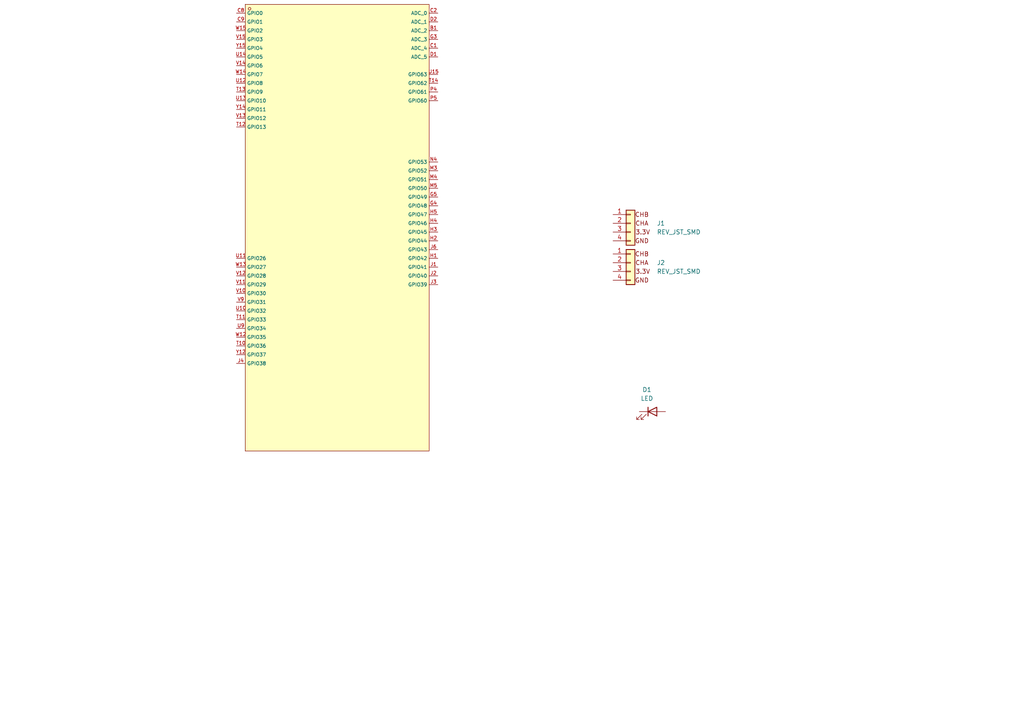
<source format=kicad_sch>
(kicad_sch (version 20250114) (generator "eeschema") (generator_version "9.0")
  (paper "A4")
  (lib_symbols
    (symbol "Custom:REV_JST_SMD" (pin_names (offset 1.016) (hide yes))
      (property "Reference" "J" (at 0 5.08 0))
      (property "Value" "REV_JST_SMD" (at 0 -7.62 0))
      (symbol "REV_JST_SMD_1_1"
        (rectangle (start -1.27 3.81) (end 1.27 -6.35) (stroke (width 0.254)) (fill (type background)))
        (rectangle (start -1.27 2.667) (end 0 2.413) (stroke (width 0.1524)))
        (rectangle (start -1.27 0.127) (end 0 -0.127) (stroke (width 0.1524)))
        (rectangle (start -1.27 -2.413) (end 0 -2.667) (stroke (width 0.1524)))
        (rectangle (start -1.27 -4.953) (end 0 -5.207) (stroke (width 0.1524)))
        (text "CHB\n" (at 3.302 2.54 0) (effects (font (size 1.27 1.27))))
        (text "CHA\n" (at 3.302 0 0) (effects (font (size 1.27 1.27))))
        (text "GND" (at 3.302 -5.08 0) (effects (font (size 1.27 1.27))))
        (text "3.3V\n" (at 3.556 -2.54 0) (effects (font (size 1.27 1.27))))
        (pin passive line (at -5.08 2.54 0) (length 3.81) (name "2") (number "1"))
        (pin passive line (at -5.08 0 0) (length 3.81) (name "1") (number "2"))
        (pin passive line (at -5.08 -2.54 0) (length 3.81) (name "3.3V") (number "3"))
        (pin passive line (at -5.08 -5.08 0) (length 3.81) (name "GND") (number "4"))
      )
    )
    (symbol "Device:LED" (pin_numbers (hide yes)) (pin_names (offset 1.016) (hide yes))
      (property "Reference" "D" (at 0 2.54 0))
      (property "Value" "LED" (at 0 -2.54 0))
      (symbol "LED_0_1"
        (polyline (pts (xy -3.048 -0.762) (xy -4.572 -2.286) (xy -3.81 -2.286) (xy -4.572 -2.286) (xy -4.572 -1.524)))
        (polyline (pts (xy -1.778 -0.762) (xy -3.302 -2.286) (xy -2.54 -2.286) (xy -3.302 -2.286) (xy -3.302 -1.524)))
        (polyline (pts (xy -1.27 0) (xy 1.27 0)))
        (polyline (pts (xy -1.27 -1.27) (xy -1.27 1.27)) (stroke (width 0.254)))
        (polyline (pts (xy 1.27 -1.27) (xy 1.27 1.27) (xy -1.27 0) (xy 1.27 -1.27)) (stroke (width 0.254)))
      )
      (symbol "LED_1_1"
        (pin passive line (at -3.81 0 0) (length 2.54) (name "K") (number "1"))
        (pin passive line (at 3.81 0 180) (length 2.54) (name "A") (number "2"))
      )
    )
    (symbol "LCSC:K230_Rewired"
      (symbol "K230_Rewired_1_1"
        (rectangle (start -27.9401 63.5001) (end 27.9401 -63.5001) (fill (type background)))
        (circle (center -26.6701 62.2301) (radius 0.381) (fill (type background)))
        (pin unspecified line (at -30.48 59.69 0) (length 2.54) (name "USB0_TXRTUNE") (number "D4"))
        (pin unspecified line (at -30.48 57.15 0) (length 2.54) (name "USB0_VBUS") (number "C3"))
        (pin unspecified line (at -30.48 54.61 0) (length 2.54) (name "USB0_DP") (number "A2"))
        (pin unspecified line (at -30.48 52.07 0) (length 2.54) (name "USB0_DN") (number "B2"))
        (pin unspecified line (at -30.48 49.53 0) (length 2.54) (name "USB0_ID") (number "D3"))
        (pin unspecified line (at -30.48 44.45 0) (length 2.54) (name "USB1_TXRTUNE") (number "C4"))
        (pin unspecified line (at -30.48 41.91 0) (length 2.54) (name "USB1_VBUS") (number "A3"))
        (pin unspecified line (at -30.48 39.37 0) (length 2.54) (name "USB1_DP") (number "B4"))
        (pin unspecified line (at -30.48 36.83 0) (length 2.54) (name "USB1_DN") (number "A4"))
        (pin unspecified line (at -30.48 34.29 0) (length 2.54) (name "USB1_ID") (number "B3"))
        (pin unspecified line (at -30.48 25.4 0) (length 2.54) (name "CLK24M_XIN") (number "B8"))
        (pin unspecified line (at -30.48 22.86 0) (length 2.54) (name "CLK24M_XOUT") (number "A8"))
        (pin unspecified line (at -30.48 17.78 0) (length 2.54) (name "TEST_EN") (number "A9"))
        (pin unspecified line (at -30.48 -7.62 0) (length 2.54) (name "RSTN") (number "B9"))
        (pin unspecified line (at -30.48 -30.48 0) (length 2.54) (name "CLK32K768_XOUT") (number "A12"))
        (pin unspecified line (at -30.48 -33.02 0) (length 2.54) (name "CLK32K768_XIN") (number "B12"))
        (pin unspecified line (at -30.48 -38.1 0) (length 2.54) (name "INT0") (number "C10"))
        (pin unspecified line (at -30.48 -40.64 0) (length 2.54) (name "INT1") (number "B10"))
        (pin unspecified line (at -30.48 -43.18 0) (length 2.54) (name "INT2") (number "A10"))
        (pin unspecified line (at -30.48 -45.72 0) (length 2.54) (name "INT3") (number "A11"))
        (pin unspecified line (at -30.48 -48.26 0) (length 2.54) (name "INT4") (number "C12"))
        (pin unspecified line (at -30.48 -50.8 0) (length 2.54) (name "INT5") (number "D12"))
        (pin unspecified line (at -30.48 -54.61 0) (length 2.54) (name "OUT0") (number "B11"))
        (pin unspecified line (at -30.48 -57.15 0) (length 2.54) (name "OUT1") (number "C11"))
        (pin unspecified line (at 30.48 29.21 180) (length 2.54) (name "HPOUTR") (number "G2"))
        (pin unspecified line (at 30.48 26.67 180) (length 2.54) (name "HPOUTL") (number "G1"))
        (pin unspecified line (at 30.48 20.32 180) (length 2.54) (name "MIC_BIAS") (number "E3"))
        (pin unspecified line (at 30.48 17.78 180) (length 2.54) (name "MICNL") (number "E2"))
        (pin unspecified line (at 30.48 15.24 180) (length 2.54) (name "MICPL") (number "E1"))
        (pin unspecified line (at 30.48 10.16 180) (length 2.54) (name "CODEC_VCM") (number "F3"))
        (pin unspecified line (at 30.48 7.62 180) (length 2.54) (name "MICNR") (number "F2"))
        (pin unspecified line (at 30.48 5.08 180) (length 2.54) (name "MICPR") (number "F1"))
        (pin unspecified line (at 30.48 -17.78 180) (length 2.54) (name "ANA_TS_VTEST") (number "D8"))
        (pin unspecified line (at 30.48 -58.42 180) (length 2.54) (name "NC") (number "A20"))
      )
      (symbol "K230_Rewired_2_1"
        (rectangle (start -26.6701 64.7701) (end 26.6701 -64.7701) (fill (type background)))
        (circle (center -25.4001 63.5001) (radius 0.381) (fill (type background)))
        (pin unspecified line (at -29.21 62.23 0) (length 2.54) (name "GPIO0") (number "C8"))
        (pin unspecified line (at -29.21 59.69 0) (length 2.54) (name "GPIO1") (number "C9"))
        (pin unspecified line (at -29.21 57.15 0) (length 2.54) (name "GPIO2") (number "W15"))
        (pin unspecified line (at -29.21 54.61 0) (length 2.54) (name "GPIO3") (number "V15"))
        (pin unspecified line (at -29.21 52.07 0) (length 2.54) (name "GPIO4") (number "Y15"))
        (pin unspecified line (at -29.21 49.53 0) (length 2.54) (name "GPIO5") (number "U14"))
        (pin unspecified line (at -29.21 46.99 0) (length 2.54) (name "GPIO6") (number "V14"))
        (pin unspecified line (at -29.21 44.45 0) (length 2.54) (name "GPIO7") (number "W14"))
        (pin unspecified line (at -29.21 41.91 0) (length 2.54) (name "GPIO8") (number "U12"))
        (pin unspecified line (at -29.21 39.37 0) (length 2.54) (name "GPIO9") (number "T13"))
        (pin unspecified line (at -29.21 36.83 0) (length 2.54) (name "GPIO10") (number "U13"))
        (pin unspecified line (at -29.21 34.29 0) (length 2.54) (name "GPIO11") (number "Y14"))
        (pin unspecified line (at -29.21 31.75 0) (length 2.54) (name "GPIO12") (number "V13"))
        (pin unspecified line (at -29.21 29.21 0) (length 2.54) (name "GPIO13") (number "T12"))
        (pin unspecified line (at -29.21 -8.89 0) (length 2.54) (name "GPIO26") (number "U11"))
        (pin unspecified line (at -29.21 -11.43 0) (length 2.54) (name "GPIO27") (number "W13"))
        (pin unspecified line (at -29.21 -13.97 0) (length 2.54) (name "GPIO28") (number "V12"))
        (pin unspecified line (at -29.21 -16.51 0) (length 2.54) (name "GPIO29") (number "V11"))
        (pin unspecified line (at -29.21 -19.05 0) (length 2.54) (name "GPIO30") (number "V10"))
        (pin unspecified line (at -29.21 -21.59 0) (length 2.54) (name "GPIO31") (number "V9"))
        (pin unspecified line (at -29.21 -24.13 0) (length 2.54) (name "GPIO32") (number "U10"))
        (pin unspecified line (at -29.21 -26.67 0) (length 2.54) (name "GPIO33") (number "T11"))
        (pin unspecified line (at -29.21 -29.21 0) (length 2.54) (name "GPIO34") (number "U9"))
        (pin unspecified line (at -29.21 -31.75 0) (length 2.54) (name "GPIO35") (number "W12"))
        (pin unspecified line (at -29.21 -34.29 0) (length 2.54) (name "GPIO36") (number "T10"))
        (pin unspecified line (at -29.21 -36.83 0) (length 2.54) (name "GPIO37") (number "Y12"))
        (pin unspecified line (at -29.21 -39.37 0) (length 2.54) (name "GPIO38") (number "J4"))
        (pin unspecified line (at 29.21 62.23 180) (length 2.54) (name "ADC_0") (number "C2"))
        (pin unspecified line (at 29.21 59.69 180) (length 2.54) (name "ADC_1") (number "D2"))
        (pin unspecified line (at 29.21 57.15 180) (length 2.54) (name "ADC_2") (number "B1"))
        (pin unspecified line (at 29.21 54.61 180) (length 2.54) (name "ADC_3") (number "G3"))
        (pin unspecified line (at 29.21 52.07 180) (length 2.54) (name "ADC_4") (number "C1"))
        (pin unspecified line (at 29.21 49.53 180) (length 2.54) (name "ADC_5") (number "D1"))
        (pin unspecified line (at 29.21 44.45 180) (length 2.54) (name "GPIO63") (number "U15"))
        (pin unspecified line (at 29.21 41.91 180) (length 2.54) (name "GPIO62") (number "T14"))
        (pin unspecified line (at 29.21 39.37 180) (length 2.54) (name "GPIO61") (number "P4"))
        (pin unspecified line (at 29.21 36.83 180) (length 2.54) (name "GPIO60") (number "P5"))
        (pin unspecified line (at 29.21 19.05 180) (length 2.54) (name "GPIO53") (number "N4"))
        (pin unspecified line (at 29.21 16.51 180) (length 2.54) (name "GPIO52") (number "M3"))
        (pin unspecified line (at 29.21 13.97 180) (length 2.54) (name "GPIO51") (number "M4"))
        (pin unspecified line (at 29.21 11.43 180) (length 2.54) (name "GPIO50") (number "M5"))
        (pin unspecified line (at 29.21 8.89 180) (length 2.54) (name "GPIO49") (number "G5"))
        (pin unspecified line (at 29.21 6.35 180) (length 2.54) (name "GPIO48") (number "G4"))
        (pin unspecified line (at 29.21 3.81 180) (length 2.54) (name "GPIO47") (number "H5"))
        (pin unspecified line (at 29.21 1.27 180) (length 2.54) (name "GPIO46") (number "H4"))
        (pin unspecified line (at 29.21 -1.27 180) (length 2.54) (name "GPIO45") (number "H3"))
        (pin unspecified line (at 29.21 -3.81 180) (length 2.54) (name "GPIO44") (number "H2"))
        (pin unspecified line (at 29.21 -6.35 180) (length 2.54) (name "GPIO43") (number "J6"))
        (pin unspecified line (at 29.21 -8.89 180) (length 2.54) (name "GPIO42") (number "H1"))
        (pin unspecified line (at 29.21 -11.43 180) (length 2.54) (name "GPIO41") (number "J1"))
        (pin unspecified line (at 29.21 -13.97 180) (length 2.54) (name "GPIO40") (number "J2"))
        (pin unspecified line (at 29.21 -16.51 180) (length 2.54) (name "GPIO39") (number "J3"))
      )
      (symbol "K230_Rewired_3_1"
        (rectangle (start -27.9401 31.75) (end 27.9401 -19.05) (fill (type background)))
        (circle (center -26.67 30.48) (radius 0.381) (fill (type background)))
        (pin unspecified line (at -30.48 11.43 0) (length 2.54) (name "QSPI_CS") (number "J5"))
        (pin unspecified line (at -30.48 8.89 0) (length 2.54) (name "QSPI_CLK") (number "K1"))
        (pin unspecified line (at -30.48 6.35 0) (length 2.54) (name "QSPI_D0") (number "K2"))
        (pin unspecified line (at -30.48 3.81 0) (length 2.54) (name "QSPI_D1") (number "K4"))
        (pin unspecified line (at -30.48 1.27 0) (length 2.54) (name "QSPI_D2") (number "K5"))
        (pin unspecified line (at -30.48 -1.27 0) (length 2.54) (name "QSPI_D3") (number "L1"))
        (pin unspecified line (at -30.48 -3.81 0) (length 2.54) (name "OSPI_D4") (number "L2"))
        (pin unspecified line (at -30.48 -6.35 0) (length 2.54) (name "OSPI_D5") (number "L3"))
        (pin unspecified line (at -30.48 -8.89 0) (length 2.54) (name "OSPI_D6") (number "L4"))
        (pin unspecified line (at -30.48 -11.43 0) (length 2.54) (name "OSPI_D7") (number "L5"))
        (pin unspecified line (at -30.48 -13.97 0) (length 2.54) (name "OSPI_DQS") (number "L6"))
        (pin unspecified line (at -30.48 -16.51 0) (length 2.54) (name "GPIO25") (number "M1"))
        (pin unspecified line (at 30.48 29.21 180) (length 2.54) (name "SDIO_CMD") (number "M2"))
        (pin unspecified line (at 30.48 26.67 180) (length 2.54) (name "SDIO_CLK") (number "N2"))
        (pin unspecified line (at 30.48 24.13 180) (length 2.54) (name "SDIO_D0") (number "P3"))
        (pin unspecified line (at 30.48 21.59 180) (length 2.54) (name "SDIO_D1") (number "N1"))
        (pin unspecified line (at 30.48 19.05 180) (length 2.54) (name "SDIO_D2") (number "P1"))
        (pin unspecified line (at 30.48 16.51 180) (length 2.54) (name "SDIO_D3") (number "P2"))
        (pin unspecified line (at 30.48 11.43 180) (length 2.54) (name "MMC0_STROBE") (number "B6"))
        (pin unspecified line (at 30.48 8.89 180) (length 2.54) (name "MMC0_RST_N") (number "A6"))
        (pin unspecified line (at 30.48 6.35 180) (length 2.54) (name "MMC0_CMD") (number "D6"))
        (pin unspecified line (at 30.48 3.81 180) (length 2.54) (name "MMC0_CLK") (number "A5"))
        (pin unspecified line (at 30.48 1.27 180) (length 2.54) (name "MMC0_D0") (number "D5"))
        (pin unspecified line (at 30.48 -1.27 180) (length 2.54) (name "MMC0_D1") (number "C5"))
        (pin unspecified line (at 30.48 -3.81 180) (length 2.54) (name "MMC0_D2") (number "B5"))
        (pin unspecified line (at 30.48 -6.35 180) (length 2.54) (name "MMC0_D3") (number "C6"))
        (pin unspecified line (at 30.48 -8.89 180) (length 2.54) (name "MMC0_D4") (number "D7"))
        (pin unspecified line (at 30.48 -11.43 180) (length 2.54) (name "MMC0_D5") (number "A7"))
        (pin unspecified line (at 30.48 -13.97 180) (length 2.54) (name "MMC0_D6") (number "B7"))
        (pin unspecified line (at 30.48 -16.51 180) (length 2.54) (name "MMC0_D7") (number "C7"))
      )
      (symbol "K230_Rewired_4_1"
        (rectangle (start -27.9401 38.1) (end 27.9401 -38.1) (fill (type background)))
        (circle (center -26.6701 36.8301) (radius 0.381) (fill (type background)))
        (text "leave floating\n" (at -17.272 -12.7 0) (effects (font (size 0.635 0.635))))
        (text "200Ω (1%) resistor to ground" (at -12.192 -15.24 0) (effects (font (size 0.635 0.635))))
        (pin unspecified line (at -30.48 17.78 0) (length 2.54) (name "MIPI_TX0_CLK_N") (number "W9"))
        (pin unspecified line (at -30.48 15.24 0) (length 2.54) (name "MIPI_TX0_CLK_P") (number "Y9"))
        (pin unspecified line (at -30.48 12.7 0) (length 2.54) (name "MIPI_TX0_D0_N") (number "Y10"))
        (pin unspecified line (at -30.48 10.16 0) (length 2.54) (name "MIPI_TX0_D0_P") (number "W10"))
        (pin unspecified line (at -30.48 7.62 0) (length 2.54) (name "MIPI_TX0_D1_N") (number "W11"))
        (pin unspecified line (at -30.48 5.08 0) (length 2.54) (name "MIPI_TX0_D1_P") (number "Y11"))
        (pin unspecified line (at -30.48 0 0) (length 2.54) (name "MIPI_TX1_D2_N") (number "Y8"))
        (pin unspecified line (at -30.48 -2.54 0) (length 2.54) (name "MIPI_TX1_D2_P") (number "W8"))
        (pin unspecified line (at -30.48 -5.08 0) (length 2.54) (name "MIPI_TX1_D3_N") (number "W7"))
        (pin unspecified line (at -30.48 -7.62 0) (length 2.54) (name "MIPI_TX1_D3_P") (number "Y7"))
        (pin unspecified line (at -30.48 -12.7 0) (length 2.54) (name "MIPI_ATB") (number "U6"))
        (pin unspecified line (at -30.48 -15.24 0) (length 2.54) (name "MIPI_REXT") (number "U7"))
        (pin unspecified line (at 30.48 31.75 180) (length 2.54) (name "NC") (number "Y20"))
        (pin unspecified line (at 30.48 29.21 180) (length 2.54) (name "NC") (number "Y1"))
        (pin unspecified line (at 30.48 24.13 180) (length 2.54) (name "MIPI_RX0_CLK_N") (number "Y2"))
        (pin unspecified line (at 30.48 21.59 180) (length 2.54) (name "MIPI_RX0_CLK_P") (number "W2"))
        (pin unspecified line (at 30.48 19.05 180) (length 2.54) (name "MIPI_RX0_D0_N") (number "W3"))
        (pin unspecified line (at 30.48 16.51 180) (length 2.54) (name "MIPI_RX0_D0_P") (number "Y3"))
        (pin unspecified line (at 30.48 13.97 180) (length 2.54) (name "MIPI_RX0_D1_N") (number "V1"))
        (pin unspecified line (at 30.48 11.43 180) (length 2.54) (name "MIPI_RX0_D1_P") (number "V2"))
        (pin unspecified line (at 30.48 6.35 180) (length 2.54) (name "MIPI_RX1_CLK_N") (number "W5"))
        (pin unspecified line (at 30.48 3.81 180) (length 2.54) (name "MIPI_RX1_CLK_P") (number "Y5"))
        (pin unspecified line (at 30.48 1.27 180) (length 2.54) (name "MIPI_RX1_D2_N") (number "Y4"))
        (pin unspecified line (at 30.48 -1.27 180) (length 2.54) (name "MIPI_RX1_D2_P") (number "W4"))
        (pin unspecified line (at 30.48 -3.81 180) (length 2.54) (name "MIPI_RX1_D3_N") (number "W6"))
        (pin unspecified line (at 30.48 -6.35 180) (length 2.54) (name "MIPI_RX1_D3_P") (number "Y6"))
        (pin unspecified line (at 30.48 -11.43 180) (length 2.54) (name "MIPI_RX2_CLK_N") (number "R2"))
        (pin unspecified line (at 30.48 -13.97 180) (length 2.54) (name "MIPI_RX2_CLK_P") (number "R1"))
        (pin unspecified line (at 30.48 -16.51 180) (length 2.54) (name "MIPI_RX2_D4_N") (number "T1"))
        (pin unspecified line (at 30.48 -19.05 180) (length 2.54) (name "MIPI_RX2_D4_P") (number "T2"))
        (pin unspecified line (at 30.48 -21.59 180) (length 2.54) (name "MIPI_RX2_D5_N") (number "U2"))
        (pin unspecified line (at 30.48 -24.13 180) (length 2.54) (name "MIPI_RX2_D5_P") (number "U1"))
      )
      (symbol "K230_Rewired_5_1"
        (rectangle (start -27.9401 63.5001) (end 27.9401 -63.5001) (fill (type background)))
        (pin unspecified line (at -30.48 57.15 0) (length 2.54) (name "DDR_ZN") (number "K19"))
        (pin unspecified line (at -30.48 52.07 0) (length 2.54) (name "DDR_CKE1_CKEA1") (number "P18"))
        (pin unspecified line (at -30.48 49.53 0) (length 2.54) (name "DDR_CKE0_CKEA0") (number "N17"))
        (pin unspecified line (at -30.48 46.99 0) (length 2.54) (name "DDR_CKP_CKAP") (number "R19"))
        (pin unspecified line (at -30.48 44.45 0) (length 2.54) (name "DDR_CKN_CKAN") (number "R20"))
        (pin unspecified line (at -30.48 41.91 0) (length 2.54) (name "DDR_DQS3N_DQSA0N") (number "Y17"))
        (pin unspecified line (at -30.48 39.37 0) (length 2.54) (name "DDR_DQS3P_DQSA0P") (number "W17"))
        (pin unspecified line (at -30.48 36.83 0) (length 2.54) (name "DDR_DQS2N_DQSB1N") (number "A15"))
        (pin unspecified line (at -30.48 34.29 0) (length 2.54) (name "DDR_DQS2P_DQSB1P") (number "B15"))
        (pin unspecified line (at -30.48 31.75 0) (length 2.54) (name "DDR_DQS1N_DQSA1N") (number "V19"))
        (pin unspecified line (at -30.48 29.21 0) (length 2.54) (name "DDR_DQS1P_DQSA1P") (number "V20"))
        (pin unspecified line (at -30.48 26.67 0) (length 2.54) (name "DDR_DQS0N_DQSB0N") (number "A18"))
        (pin unspecified line (at -30.48 24.13 0) (length 2.54) (name "DDR_DQS0P_DQSB0P") (number "B18"))
        (pin unspecified line (at -30.48 19.05 0) (length 2.54) (name "DDR_DQ31_DQA0") (number "U16"))
        (pin unspecified line (at -30.48 16.51 0) (length 2.54) (name "DDR_DQ30_DQA1") (number "T16"))
        (pin unspecified line (at -30.48 13.97 0) (length 2.54) (name "DDR_DQ29_DQA7") (number "U17"))
        (pin unspecified line (at -30.48 11.43 0) (length 2.54) (name "DDR_DQ28_DQA6") (number "Y18"))
        (pin unspecified line (at -30.48 8.89 0) (length 2.54) (name "DDR_DQ27_DQA3") (number "Y16"))
        (pin unspecified line (at -30.48 6.35 0) (length 2.54) (name "DDR_DQ26_DQA2") (number "V16"))
        (pin unspecified line (at -30.48 3.81 0) (length 2.54) (name "DDR_DQ25_DQA5") (number "V18"))
        (pin unspecified line (at -30.48 1.27 0) (length 2.54) (name "DDR_DQ24_DQA4") (number "W18"))
        (pin unspecified line (at -30.48 -1.27 0) (length 2.54) (name "DDR_DQ23_DQB15") (number "B16"))
        (pin unspecified line (at -30.48 -3.81 0) (length 2.54) (name "DDR_DQ22_DQB12") (number "B17"))
        (pin unspecified line (at -30.48 -6.35 0) (length 2.54) (name "DDR_DQ21_DQB9") (number "A14"))
        (pin unspecified line (at -30.48 -8.89 0) (length 2.54) (name "DDR_DQ20_DQB8") (number "D14"))
        (pin unspecified line (at -30.48 -11.43 0) (length 2.54) (name "DDR_DQ19_DQB14") (number "A17"))
        (pin unspecified line (at -30.48 -13.97 0) (length 2.54) (name "DDR_DQ18_DQB13") (number "C16"))
        (pin unspecified line (at -30.48 -16.51 0) (length 2.54) (name "DDR_DQ17_DQB10") (number "B14"))
        (pin unspecified line (at -30.48 -19.05 0) (length 2.54) (name "DDR_DQ16_DQB11") (number "C14"))
        (pin unspecified line (at -30.48 -21.59 0) (length 2.54) (name "DDR_DQ15_DQA15") (number "T17"))
        (pin unspecified line (at -30.48 -24.13 0) (length 2.54) (name "DDR_DQ14_DQA13") (number "U18"))
        (pin unspecified line (at -30.48 -26.67 0) (length 2.54) (name "DDR_DQ13_DQA11") (number "U20"))
        (pin unspecified line (at -30.48 -29.21 0) (length 2.54) (name "DDR_DQ12_DQA9") (number "T18"))
        (pin unspecified line (at -30.48 -31.75 0) (length 2.54) (name "DDR_DQ11_DQA12") (number "W19"))
        (pin unspecified line (at -30.48 -34.29 0) (length 2.54) (name "DDR_DQ10_DQA8") (number "R17"))
        (pin unspecified line (at -30.48 -36.83 0) (length 2.54) (name "DDR_DQ9_DQA14") (number "P16"))
        (pin unspecified line (at -30.48 -39.37 0) (length 2.54) (name "DDR_DQ8_DQA10") (number "R18"))
        (pin unspecified line (at -30.48 -41.91 0) (length 2.54) (name "DDR_DQ7_DQB6") (number "C19"))
        (pin unspecified line (at -30.48 -44.45 0) (length 2.54) (name "DDR_DQ6_DQB7") (number "B19"))
        (pin unspecified line (at -30.48 -46.99 0) (length 2.54) (name "DDR_DQ5_DQB3") (number "E17"))
        (pin unspecified line (at -30.48 -49.53 0) (length 2.54) (name "DDR_DQ4_DQB2") (number "E18"))
        (pin unspecified line (at -30.48 -52.07 0) (length 2.54) (name "DDR_DQ3_DQB5") (number "C18"))
        (pin unspecified line (at -30.48 -54.61 0) (length 2.54) (name "DDR_DQ2_DQB0") (number "D17"))
        (pin unspecified line (at -30.48 -57.15 0) (length 2.54) (name "DDR_DQ1_DQB1") (number "D16"))
        (pin unspecified line (at -30.48 -59.69 0) (length 2.54) (name "DDR_DQ0_DQB4") (number "C17"))
        (pin unspecified line (at 30.48 52.07 180) (length 2.54) (name "DDR_NC_CAB0") (number "E20"))
        (pin unspecified line (at 30.48 49.53 180) (length 2.54) (name "DDR_NC_CKBP") (number "G20"))
        (pin unspecified line (at 30.48 46.99 180) (length 2.54) (name "DDR_NC_CAB1") (number "G19"))
        (pin unspecified line (at 30.48 44.45 180) (length 2.54) (name "DDR_NC_CAB2") (number "G18"))
        (pin unspecified line (at 30.48 41.91 180) (length 2.54) (name "DDR_NC_NC") (number "G17"))
        (pin unspecified line (at 30.48 39.37 180) (length 2.54) (name "DDR_NC_CKBN") (number "F20"))
        (pin unspecified line (at 30.48 36.83 180) (length 2.54) (name "DDR_NC_CAB5") (number "F19"))
        (pin unspecified line (at 30.48 34.29 180) (length 2.54) (name "DDR_NC_NC") (number "F18"))
        (pin unspecified line (at 30.48 31.75 180) (length 2.54) (name "DDR_NC_CAB4") (number "F17"))
        (pin unspecified line (at 30.48 29.21 180) (length 2.54) (name "DDR_NC_NC") (number "H19"))
        (pin unspecified line (at 30.48 26.67 180) (length 2.54) (name "DDR_NC_NC") (number "H18"))
        (pin unspecified line (at 30.48 24.13 180) (length 2.54) (name "DDR_NC_CAB3") (number "H17"))
        (pin unspecified line (at 30.48 21.59 180) (length 2.54) (name "DDR_NC_NC") (number "D20"))
        (pin unspecified line (at 30.48 19.05 180) (length 2.54) (name "DDR_NC_NC") (number "D19"))
        (pin unspecified line (at 30.48 16.51 180) (length 2.54) (name "DDR_NC_CSB0") (number "J20"))
        (pin unspecified line (at 30.48 13.97 180) (length 2.54) (name "DDR_NC_CSB1") (number "J19"))
        (pin unspecified line (at 30.48 11.43 180) (length 2.54) (name "DDR_NC_CKEB0") (number "J18"))
        (pin unspecified line (at 30.48 8.89 180) (length 2.54) (name "DDR_NC_CKEB1") (number "J17"))
        (pin unspecified line (at 30.48 6.35 180) (length 2.54) (name "DDR_NC_NC") (number "M17"))
        (pin unspecified line (at 30.48 3.81 180) (length 2.54) (name "DDR_NC_NC") (number "C20"))
        (pin unspecified line (at 30.48 1.27 180) (length 2.54) (name "DDR_NC_NC") (number "N18"))
        (pin unspecified line (at 30.48 -5.08 180) (length 2.54) (name "DDR_CA9_CAA5") (number "P19"))
        (pin unspecified line (at 30.48 -7.62 180) (length 2.54) (name "DDR_CA8_CAA4") (number "M18"))
        (pin unspecified line (at 30.48 -10.16 180) (length 2.54) (name "DDR_CA7_CAA3") (number "N20"))
        (pin unspecified line (at 30.48 -12.7 180) (length 2.54) (name "DDR_CA6_CAA2") (number "N19"))
        (pin unspecified line (at 30.48 -15.24 180) (length 2.54) (name "DDR_CA5_CAA1") (number "L16"))
        (pin unspecified line (at 30.48 -17.78 180) (length 2.54) (name "DDR_CA4_CAA0") (number "M19"))
        (pin unspecified line (at 30.48 -20.32 180) (length 2.54) (name "DDR_CA3_NC") (number "L17"))
        (pin unspecified line (at 30.48 -22.86 180) (length 2.54) (name "DDR_CA2_NA") (number "M20"))
        (pin unspecified line (at 30.48 -25.4 180) (length 2.54) (name "DDR_CA1_NC") (number "L20"))
        (pin unspecified line (at 30.48 -27.94 180) (length 2.54) (name "DDR_CA0_NC") (number "K20"))
        (pin unspecified line (at 30.48 -33.02 180) (length 2.54) (name "DDR_DM0_DMIB0") (number "D18"))
        (pin unspecified line (at 30.48 -35.56 180) (length 2.54) (name "DDR_DM1_DMIA1") (number "P17"))
        (pin unspecified line (at 30.48 -38.1 180) (length 2.54) (name "DDR_DM2_DMIB1") (number "C15"))
        (pin unspecified line (at 30.48 -40.64 180) (length 2.54) (name "DDR_DM3_DMIA0") (number "V17"))
        (pin unspecified line (at 30.48 -44.45 180) (length 2.54) (name "DDR_CS1_CSA1") (number "T19"))
        (pin unspecified line (at 30.48 -46.99 180) (length 2.54) (name "DDR_CS0_CSA0") (number "T20"))
        (pin unspecified line (at 30.48 -52.07 180) (length 2.54) (name "DDR_ODT_NC") (number "L18"))
        (pin unspecified line (at 30.48 -57.15 180) (length 2.54) (name "DDR_RESET") (number "J16"))
        (pin unspecified line (at 30.48 -60.96 180) (length 2.54) (name "DDR_VREF") (number "K17"))
      )
      (symbol "K230_Rewired_6_1"
        (rectangle (start -27.9401 63.5001) (end 27.9401 -63.5001) (fill (type background)))
        (pin unspecified line (at -30.48 62.23 0) (length 2.54) (name "AVSS") (number "F11"))
        (pin unspecified line (at -30.48 59.69 0) (length 2.54) (name "AVSS") (number "G7"))
        (pin unspecified line (at -30.48 57.15 0) (length 2.54) (name "AVSS") (number "G8"))
        (pin unspecified line (at -30.48 52.07 0) (length 2.54) (name "VSS") (number "T7"))
        (pin unspecified line (at -30.48 49.53 0) (length 2.54) (name "VSS") (number "F6"))
        (pin unspecified line (at -30.48 46.99 0) (length 2.54) (name "VSS") (number "T8"))
        (pin unspecified line (at -30.48 44.45 0) (length 2.54) (name "VSS") (number "T9"))
        (pin unspecified line (at -30.48 41.91 0) (length 2.54) (name "VSS") (number "L7"))
        (pin unspecified line (at -30.48 39.37 0) (length 2.54) (name "VSS") (number "L8"))
        (pin unspecified line (at -30.48 36.83 0) (length 2.54) (name "VSS") (number "L10"))
        (pin unspecified line (at -30.48 34.29 0) (length 2.54) (name "VSS") (number "L12"))
        (pin unspecified line (at -30.48 31.75 0) (length 2.54) (name "VSS") (number "A13"))
        (pin unspecified line (at -30.48 29.21 0) (length 2.54) (name "VSS") (number "T15"))
        (pin unspecified line (at -30.48 26.67 0) (length 2.54) (name "VSS") (number "A16"))
        (pin unspecified line (at -30.48 26.67 0) (length 2.54) (name "VSS") (number "L15"))
        (pin unspecified line (at -30.48 24.13 0) (length 2.54) (name "VSS") (number "F16"))
        (pin unspecified line (at -30.48 21.59 0) (length 2.54) (name "VSS") (number "A19"))
        (pin unspecified line (at -30.48 19.05 0) (length 2.54) (name "VSS") (number "L19"))
        (pin unspecified line (at -30.48 16.51 0) (length 2.54) (name "VSS") (number "U3"))
        (pin unspecified line (at -30.48 13.97 0) (length 2.54) (name "VSS") (number "U8"))
        (pin unspecified line (at -30.48 11.43 0) (length 2.54) (name "VSS") (number "G6"))
        (pin unspecified line (at -30.48 8.89 0) (length 2.54) (name "VSS") (number "M6"))
        (pin unspecified line (at -30.48 6.35 0) (length 2.54) (name "VSS") (number "M8"))
        (pin unspecified line (at -30.48 3.81 0) (length 2.54) (name "VSS") (number "M10"))
        (pin unspecified line (at -30.48 1.27 0) (length 2.54) (name "VSS") (number "G13"))
        (pin unspecified line (at -30.48 -1.27 0) (length 2.54) (name "VSS") (number "F4"))
        (pin unspecified line (at -30.48 -3.81 0) (length 2.54) (name "VSS") (number "T3"))
        (pin unspecified line (at -30.48 -6.35 0) (length 2.54) (name "VSS") (number "G14"))
        (pin unspecified line (at -30.48 -8.89 0) (length 2.54) (name "VSS") (number "G15"))
        (pin unspecified line (at -30.48 -11.43 0) (length 2.54) (name "VSS") (number "U19"))
        (pin unspecified line (at -30.48 -13.97 0) (length 2.54) (name "VSS") (number "G16"))
        (pin unspecified line (at -30.48 -16.51 0) (length 2.54) (name "VSS") (number "M15"))
        (pin unspecified line (at -30.48 -19.05 0) (length 2.54) (name "VSS") (number "M16"))
        (pin unspecified line (at -30.48 -21.59 0) (length 2.54) (name "VSS") (number "V3"))
        (pin unspecified line (at -30.48 -24.13 0) (length 2.54) (name "VSS") (number "B20"))
        (pin unspecified line (at -30.48 -26.67 0) (length 2.54) (name "VSS") (number "V4"))
        (pin unspecified line (at -30.48 -29.21 0) (length 2.54) (name "VSS") (number "V5"))
        (pin unspecified line (at -30.48 -31.75 0) (length 2.54) (name "VSS") (number "V6"))
        (pin unspecified line (at -30.48 -34.29 0) (length 2.54) (name "VSS") (number "V7"))
        (pin unspecified line (at -30.48 -36.83 0) (length 2.54) (name "VSS") (number "N3"))
        (pin unspecified line (at -30.48 -39.37 0) (length 2.54) (name "VSS") (number "V8"))
        (pin unspecified line (at -30.48 -41.91 0) (length 2.54) (name "VSS") (number "N5"))
        (pin unspecified line (at -30.48 -44.45 0) (length 2.54) (name "VSS") (number "H7"))
        (pin unspecified line (at -30.48 -46.99 0) (length 2.54) (name "VSS") (number "N8"))
        (pin unspecified line (at -30.48 -49.53 0) (length 2.54) (name "VSS") (number "H11"))
        (pin unspecified line (at -30.48 -52.07 0) (length 2.54) (name "VSS") (number "Y13"))
        (pin unspecified line (at -30.48 -54.61 0) (length 2.54) (name "VSS") (number "K12"))
        (pin unspecified line (at -30.48 -57.15 0) (length 2.54) (name "VSS") (number "K14"))
        (pin unspecified line (at -30.48 -59.69 0) (length 2.54) (name "VSS") (number "K16"))
        (pin unspecified line (at -30.48 -62.23 0) (length 2.54) (name "VSS") (number "F10"))
        (pin unspecified line (at 30.48 62.23 180) (length 2.54) (name "VSS") (number "B13"))
        (pin unspecified line (at 30.48 59.69 180) (length 2.54) (name "VSS") (number "E19"))
        (pin unspecified line (at 30.48 57.15 180) (length 2.54) (name "VSS") (number "Y19"))
        (pin unspecified line (at 30.48 54.61 180) (length 2.54) (name "VSS") (number "K18"))
        (pin unspecified line (at 30.48 52.07 180) (length 2.54) (name "VSS") (number "E16"))
        (pin unspecified line (at 30.48 52.07 180) (length 2.54) (name "VSS") (number "R16"))
        (pin unspecified line (at 30.48 49.53 180) (length 2.54) (name "VSS") (number "E15"))
        (pin unspecified line (at 30.48 46.99 180) (length 2.54) (name "VSS") (number "E14"))
        (pin unspecified line (at 30.48 46.99 180) (length 2.54) (name "VSS") (number "R14"))
        (pin unspecified line (at 30.48 44.45 180) (length 2.54) (name "VSS") (number "E13"))
        (pin unspecified line (at 30.48 41.91 180) (length 2.54) (name "VSS") (number "E12"))
        (pin unspecified line (at 30.48 41.91 180) (length 2.54) (name "VSS") (number "R12"))
        (pin unspecified line (at 30.48 39.37 180) (length 2.54) (name "VSS") (number "R10"))
        (pin unspecified line (at 30.48 36.83 180) (length 2.54) (name "VSS") (number "K10"))
        (pin unspecified line (at 30.48 34.29 180) (length 2.54) (name "VSS") (number "E8"))
        (pin unspecified line (at 30.48 31.75 180) (length 2.54) (name "VSS") (number "K8"))
        (pin unspecified line (at 30.48 29.21 180) (length 2.54) (name "VSS") (number "R7"))
        (pin unspecified line (at 30.48 26.67 180) (length 2.54) (name "VSS") (number "E7"))
        (pin unspecified line (at 30.48 24.13 180) (length 2.54) (name "VSS") (number "R6"))
        (pin unspecified line (at 30.48 21.59 180) (length 2.54) (name "VSS") (number "E6"))
        (pin unspecified line (at 30.48 19.05 180) (length 2.54) (name "VSS") (number "K6"))
        (pin unspecified line (at 30.48 16.51 180) (length 2.54) (name "VSS") (number "R3"))
        (pin unspecified line (at 30.48 13.97 180) (length 2.54) (name "VSS") (number "E4"))
        (pin unspecified line (at 30.48 11.43 180) (length 2.54) (name "VSS") (number "K3"))
        (pin unspecified line (at 30.48 8.89 180) (length 2.54) (name "VSS") (number "P20"))
        (pin unspecified line (at 30.48 6.35 180) (length 2.54) (name "VSS") (number "W20"))
        (pin unspecified line (at 30.48 3.81 180) (length 2.54) (name "VSS") (number "P15"))
        (pin unspecified line (at 30.48 1.27 180) (length 2.54) (name "VSS") (number "P14"))
        (pin unspecified line (at 30.48 -1.27 180) (length 2.54) (name "VSS") (number "D15"))
        (pin unspecified line (at 30.48 -3.81 180) (length 2.54) (name "VSS") (number "W16"))
        (pin unspecified line (at 30.48 -6.35 180) (length 2.54) (name "VSS") (number "J15"))
        (pin unspecified line (at 30.48 -8.89 180) (length 2.54) (name "VSS") (number "P12"))
        (pin unspecified line (at 30.48 -11.43 180) (length 2.54) (name "VSS") (number "D13"))
        (pin unspecified line (at 30.48 -13.97 180) (length 2.54) (name "VSS") (number "J13"))
        (pin unspecified line (at 30.48 -16.51 180) (length 2.54) (name "VSS") (number "P10"))
        (pin unspecified line (at 30.48 -19.05 180) (length 2.54) (name "VSS") (number "D11"))
        (pin unspecified line (at 30.48 -21.59 180) (length 2.54) (name "VSS") (number "D10"))
        (pin unspecified line (at 30.48 -24.13 180) (length 2.54) (name "VSS") (number "J11"))
        (pin unspecified line (at 30.48 -26.67 180) (length 2.54) (name "VSS") (number "P8"))
        (pin unspecified line (at 30.48 -29.21 180) (length 2.54) (name "VSS") (number "D9"))
        (pin unspecified line (at 30.48 -31.75 180) (length 2.54) (name "VSS") (number "P7"))
        (pin unspecified line (at 30.48 -34.29 180) (length 2.54) (name "VSS") (number "P6"))
        (pin unspecified line (at 30.48 -36.83 180) (length 2.54) (name "VSS") (number "J7"))
        (pin unspecified line (at 30.48 -39.37 180) (length 2.54) (name "VSS") (number "H20"))
        (pin unspecified line (at 30.48 -41.91 180) (length 2.54) (name "VSS") (number "W1"))
        (pin unspecified line (at 30.48 -44.45 180) (length 2.54) (name "VSS") (number "N16"))
        (pin unspecified line (at 30.48 -46.99 180) (length 2.54) (name "VSS") (number "N15"))
        (pin unspecified line (at 30.48 -49.53 180) (length 2.54) (name "VSS") (number "H16"))
        (pin unspecified line (at 30.48 -52.07 180) (length 2.54) (name "VSS") (number "H15"))
        (pin unspecified line (at 30.48 -54.61 180) (length 2.54) (name "VSS") (number "C13"))
        (pin unspecified line (at 30.48 -54.61 180) (length 2.54) (name "VSS") (number "N12"))
        (pin unspecified line (at 30.48 -57.15 180) (length 2.54) (name "VSS") (number "H13"))
        (pin unspecified line (at 30.48 -59.69 180) (length 2.54) (name "VSS") (number "N10"))
        (pin unspecified line (at 30.48 -62.23 180) (length 2.54) (name "VSS") (number "M12"))
      )
      (symbol "K230_Rewired_7_1"
        (rectangle (start -27.9401 50.8) (end 27.9401 -50.8) (fill (type background)))
        (pin unspecified line (at -30.48 41.91 0) (length 2.54) (name "AVDD1P8_MIPI") (number "N7"))
        (pin unspecified line (at -30.48 39.37 0) (length 2.54) (name "AVDD1P8_MIPI") (number "R9"))
        (pin unspecified line (at -30.48 34.29 0) (length 2.54) (name "AVDD1P8_CODEC") (number "F7"))
        (pin unspecified line (at -30.48 31.75 0) (length 2.54) (name "AVDD1P8_USB") (number "F9"))
        (pin unspecified line (at -30.48 26.67 0) (length 2.54) (name "AVDD1P8_ADC") (number "F8"))
        (pin unspecified line (at -30.48 21.59 0) (length 2.54) (name "VDD1P8") (number "E11"))
        (pin unspecified line (at -30.48 19.05 0) (length 2.54) (name "VDD1P8") (number "F13"))
        (pin unspecified line (at -30.48 13.97 0) (length 2.54) (name "AVDD1P8_LDO") (number "F14"))
        (pin unspecified line (at -30.48 11.43 0) (length 2.54) (name "AVDD1P8_RTC") (number "F15"))
        (pin unspecified line (at -30.48 8.89 0) (length 2.54) (name "AVDD0P8_PLL") (number "G11"))
        (pin unspecified line (at -30.48 3.81 0) (length 2.54) (name "VDD1P1_DDR_IO") (number "H14"))
        (pin unspecified line (at -30.48 1.27 0) (length 2.54) (name "VDD1P1_DDR_IO") (number "J14"))
        (pin unspecified line (at -30.48 -1.27 0) (length 2.54) (name "VDD1P1_DDR_IO") (number "N14"))
        (pin unspecified line (at -30.48 -3.81 0) (length 2.54) (name "VDD1P1_DDR_IO") (number "M14"))
        (pin unspecified line (at -30.48 -6.35 0) (length 2.54) (name "VDD1P1_DDR_IO") (number "L14"))
        (pin unspecified line (at -30.48 -8.89 0) (length 2.54) (name "VDDIO3P3_5") (number "R15"))
        (pin unspecified line (at -30.48 -11.43 0) (length 2.54) (name "VDDIO3P3_4") (number "M7"))
        (pin unspecified line (at -30.48 -13.97 0) (length 2.54) (name "VDDIO3P3_3") (number "H6"))
        (pin unspecified line (at -30.48 -19.05 0) (length 2.54) (name "VDDIO3P3_2") (number "R11"))
        (pin unspecified line (at -30.48 -21.59 0) (length 2.54) (name "VDDIO3P3_1") (number "K7"))
        (pin unspecified line (at -30.48 -24.13 0) (length 2.54) (name "VDDIO3P3_0") (number "R13"))
        (pin unspecified line (at -30.48 -29.21 0) (length 2.54) (name "AVDD3P3_USB") (number "E9"))
        (pin unspecified line (at -30.48 -34.29 0) (length 2.54) (name "VDD3P3_SD") (number "E10"))
        (pin unspecified line (at -30.48 -39.37 0) (length 2.54) (name "VAA_DDR") (number "K15"))
        (pin unspecified line (at 30.48 41.91 180) (length 2.54) (name "VDD0P8_CORE") (number "K9"))
        (pin unspecified line (at 30.48 39.37 180) (length 2.54) (name "VDD0P8_CORE") (number "K11"))
        (pin unspecified line (at 30.48 36.83 180) (length 2.54) (name "VDD0P8_CORE") (number "P13"))
        (pin unspecified line (at 30.48 34.29 180) (length 2.54) (name "VDD0P8_CORE") (number "P11"))
        (pin unspecified line (at 30.48 31.75 180) (length 2.54) (name "VDD0P8_CORE") (number "P9"))
        (pin unspecified line (at 30.48 29.21 180) (length 2.54) (name "VDD0P8_CORE") (number "N9"))
        (pin unspecified line (at 30.48 26.67 180) (length 2.54) (name "VDD0P8_CORE") (number "M9"))
        (pin unspecified line (at 30.48 24.13 180) (length 2.54) (name "VDD0P8_CORE") (number "G10"))
        (pin unspecified line (at 30.48 21.59 180) (length 2.54) (name "VDD0P8_CORE") (number "G9"))
        (pin unspecified line (at 30.48 19.05 180) (length 2.54) (name "VDD0P8_CORE") (number "L11"))
        (pin unspecified line (at 30.48 16.51 180) (length 2.54) (name "VDD0P8_CORE") (number "F12"))
        (pin unspecified line (at 30.48 13.97 180) (length 2.54) (name "VDD0P8_CORE") (number "L9"))
        (pin unspecified line (at 30.48 11.43 180) (length 2.54) (name "VDD0P8_CORE") (number "M11"))
        (pin unspecified line (at 30.48 8.89 180) (length 2.54) (name "VDD0P8_CORE") (number "N11"))
        (pin unspecified line (at 30.48 3.81 180) (length 2.54) (name "VDD0P8_CPU") (number "H12"))
        (pin unspecified line (at 30.48 1.27 180) (length 2.54) (name "VDD0P8_CPU") (number "G12"))
        (pin unspecified line (at 30.48 -1.27 180) (length 2.54) (name "VDD0P8_CPU") (number "J12"))
        (pin unspecified line (at 30.48 -6.35 180) (length 2.54) (name "VDD0P8_KPU") (number "J10"))
        (pin unspecified line (at 30.48 -8.89 180) (length 2.54) (name "VDD0P8_KPU") (number "J9"))
        (pin unspecified line (at 30.48 -11.43 180) (length 2.54) (name "VDD0P8_KPU") (number "J8"))
        (pin unspecified line (at 30.48 -13.97 180) (length 2.54) (name "VDD0P8_KPU") (number "H10"))
        (pin unspecified line (at 30.48 -16.51 180) (length 2.54) (name "VDD0P8_KPU") (number "H9"))
        (pin unspecified line (at 30.48 -19.05 180) (length 2.54) (name "VDD0P8_KPU") (number "H8"))
        (pin unspecified line (at 30.48 -24.13 180) (length 2.54) (name "VDD0P8_DDR_CORE") (number "M13"))
        (pin unspecified line (at 30.48 -26.67 180) (length 2.54) (name "VDD0P8_DDR_CORE") (number "L13"))
        (pin unspecified line (at 30.48 -29.21 180) (length 2.54) (name "VDD0P8_DDR_CORE") (number "N13"))
        (pin unspecified line (at 30.48 -31.75 180) (length 2.54) (name "VDD0P8_DDR_CORE") (number "K13"))
        (pin unspecified line (at 30.48 -36.83 180) (length 2.54) (name "AVDD0P8_MIPI") (number "R8"))
        (pin unspecified line (at 30.48 -39.37 180) (length 2.54) (name "AVDD0P8_MIPI") (number "N6"))
      )
    )
  )
  (symbol (lib_id "LCSC:K230_Rewired") (at 97.79 66.04 0) (unit 2)
    (property "Reference" "U1" (at 97.79 -3.81 0))
    (property "Value" "K230_Rewired" (at 97.79 -1.27 0))
    (property "Footprint" "footprints:BGA-390_L13.0-W13.0-P0.65-TL_C9900054646" (effects (hide yes)))
    (property "Datasheet" "https://img.jlc.com/pdf/applyPasteComponent/2023-07-28/443236C/ff66d85831064c6c99f6af001cc66cad/K230_UnSiP_PO-ABGADD0X22-A.pdf" (effects (hide yes)))
    (property "LCSC" "C21264502" (effects (hide yes)))
  )
  (symbol (lib_id "Custom:REV_JST_SMD") (at 182.88 64.77 0) (unit 1)
    (property "Reference" "J1" (at 190.5 64.7699 0) (effects (justify left)))
    (property "Value" "REV_JST_SMD" (at 190.5 67.3099 0) (effects (justify left)))
    (property "Footprint" "Custom:JST_SH_SM04B-SRSS-TB_1x04-1MP_P1.00mm_Horizontal" (effects (hide yes)))
    (property "Description" "REV Sensor Connector (SMD)" (effects (hide yes)))
  )
  (symbol (lib_id "Device:LED") (at 189.23 119.38 0) (unit 1)
    (property "Reference" "D1" (at 187.6425 113.03 0))
    (property "Value" "LED" (at 187.6425 115.57 0))
    (property "Footprint" "LED_SMD:LED_PLCC_2835" (effects (hide yes)))
    (property "Description" "Light emitting diode" (effects (hide yes)))
    (property "Sim.Pins" "1=K 2=A" (effects (hide yes)))
  )
  (symbol (lib_id "Custom:REV_JST_SMD") (at 182.88 76.2 0) (unit 1)
    (property "Reference" "J2" (at 190.5 76.1999 0) (effects (justify left)))
    (property "Value" "REV_JST_SMD" (at 190.5 78.7399 0) (effects (justify left)))
    (property "Footprint" "Custom:JST_SH_SM04B-SRSS-TB_1x04-1MP_P1.00mm_Horizontal" (effects (hide yes)))
    (property "Description" "REV Sensor Connector (SMD)" (effects (hide yes)))
  )
)
</source>
